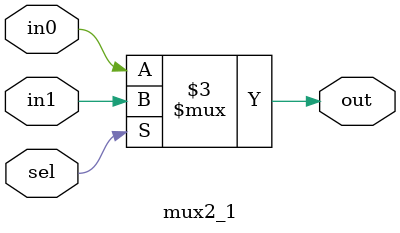
<source format=v>


// (b) Dataflow modeling

// (c) Structural modeling (using basic gates)

// Inputs: in0, in1, sel
// Output: out


module mux2_1(
  input in0,
  input in1,
  input sel,
  output reg out
);
  
  always @(*)begin
    
    if(sel)
      out=in1;
    else
      out=in0;
  end
endmodule
    
</source>
